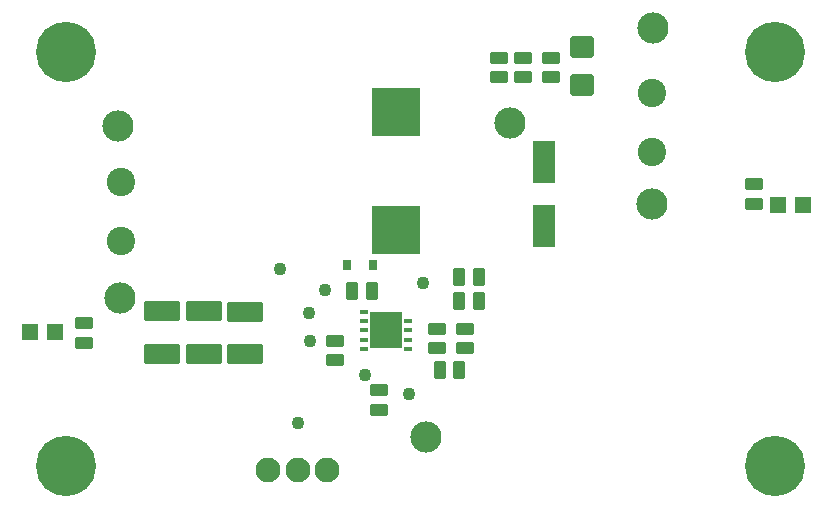
<source format=gts>
G04*
G04 #@! TF.GenerationSoftware,Altium Limited,Altium Designer,23.5.1 (21)*
G04*
G04 Layer_Color=8388736*
%FSLAX25Y25*%
%MOIN*%
G70*
G04*
G04 #@! TF.SameCoordinates,615E306F-8B44-468D-B2DF-EE0A1C7CF722*
G04*
G04*
G04 #@! TF.FilePolarity,Negative*
G04*
G01*
G75*
%ADD27C,0.04337*%
G04:AMPARAMS|DCode=28|XSize=59.12mil|YSize=39.43mil|CornerRadius=4.66mil|HoleSize=0mil|Usage=FLASHONLY|Rotation=270.000|XOffset=0mil|YOffset=0mil|HoleType=Round|Shape=RoundedRectangle|*
%AMROUNDEDRECTD28*
21,1,0.05912,0.03012,0,0,270.0*
21,1,0.04980,0.03943,0,0,270.0*
1,1,0.00932,-0.01506,-0.02490*
1,1,0.00932,-0.01506,0.02490*
1,1,0.00932,0.01506,0.02490*
1,1,0.00932,0.01506,-0.02490*
%
%ADD28ROUNDEDRECTD28*%
G04:AMPARAMS|DCode=29|XSize=59.12mil|YSize=39.43mil|CornerRadius=4.66mil|HoleSize=0mil|Usage=FLASHONLY|Rotation=0.000|XOffset=0mil|YOffset=0mil|HoleType=Round|Shape=RoundedRectangle|*
%AMROUNDEDRECTD29*
21,1,0.05912,0.03012,0,0,0.0*
21,1,0.04980,0.03943,0,0,0.0*
1,1,0.00932,0.02490,-0.01506*
1,1,0.00932,-0.02490,-0.01506*
1,1,0.00932,-0.02490,0.01506*
1,1,0.00932,0.02490,0.01506*
%
%ADD29ROUNDEDRECTD29*%
G04:AMPARAMS|DCode=30|XSize=66.99mil|YSize=122.11mil|CornerRadius=6.72mil|HoleSize=0mil|Usage=FLASHONLY|Rotation=90.000|XOffset=0mil|YOffset=0mil|HoleType=Round|Shape=RoundedRectangle|*
%AMROUNDEDRECTD30*
21,1,0.06699,0.10866,0,0,90.0*
21,1,0.05354,0.12211,0,0,90.0*
1,1,0.01345,0.05433,0.02677*
1,1,0.01345,0.05433,-0.02677*
1,1,0.01345,-0.05433,-0.02677*
1,1,0.01345,-0.05433,0.02677*
%
%ADD30ROUNDEDRECTD30*%
%ADD31R,0.07684X0.14376*%
%ADD32R,0.02762X0.01581*%
%ADD33R,0.10636X0.12211*%
%ADD34R,0.02880X0.03668*%
%ADD35R,0.16148X0.16148*%
G04:AMPARAMS|DCode=36|XSize=55.18mil|YSize=55.18mil|CornerRadius=7.12mil|HoleSize=0mil|Usage=FLASHONLY|Rotation=180.000|XOffset=0mil|YOffset=0mil|HoleType=Round|Shape=RoundedRectangle|*
%AMROUNDEDRECTD36*
21,1,0.05518,0.04095,0,0,180.0*
21,1,0.04095,0.05518,0,0,180.0*
1,1,0.01424,-0.02047,0.02047*
1,1,0.01424,0.02047,0.02047*
1,1,0.01424,0.02047,-0.02047*
1,1,0.01424,-0.02047,-0.02047*
%
%ADD36ROUNDEDRECTD36*%
G04:AMPARAMS|DCode=37|XSize=78.8mil|YSize=72.9mil|CornerRadius=8.89mil|HoleSize=0mil|Usage=FLASHONLY|Rotation=0.000|XOffset=0mil|YOffset=0mil|HoleType=Round|Shape=RoundedRectangle|*
%AMROUNDEDRECTD37*
21,1,0.07880,0.05512,0,0,0.0*
21,1,0.06102,0.07290,0,0,0.0*
1,1,0.01778,0.03051,-0.02756*
1,1,0.01778,-0.03051,-0.02756*
1,1,0.01778,-0.03051,0.02756*
1,1,0.01778,0.03051,0.02756*
%
%ADD37ROUNDEDRECTD37*%
%ADD38C,0.10400*%
%ADD39C,0.09455*%
%ADD40C,0.08274*%
%ADD41C,0.20079*%
D27*
X91000Y-92000D02*
D03*
X133900Y-133500D02*
D03*
X119300Y-127300D02*
D03*
X138371Y-96672D02*
D03*
X100600Y-106500D02*
D03*
X96900Y-143300D02*
D03*
X105700Y-99000D02*
D03*
X100700Y-115900D02*
D03*
D28*
X115004Y-99300D02*
D03*
X121500D02*
D03*
X157148Y-102600D02*
D03*
X150652D02*
D03*
Y-94700D02*
D03*
X157148D02*
D03*
X150648Y-125500D02*
D03*
X144152D02*
D03*
D29*
X152500Y-111752D02*
D03*
Y-118248D02*
D03*
X181200Y-21552D02*
D03*
Y-28048D02*
D03*
X171900Y-21452D02*
D03*
Y-27948D02*
D03*
X123700Y-138748D02*
D03*
Y-132252D02*
D03*
X143200Y-118248D02*
D03*
Y-111752D02*
D03*
X109100Y-122348D02*
D03*
Y-115852D02*
D03*
X163700Y-27948D02*
D03*
Y-21452D02*
D03*
X249000Y-70148D02*
D03*
Y-63652D02*
D03*
X25600Y-110004D02*
D03*
Y-116500D02*
D03*
D30*
X79200Y-106113D02*
D03*
Y-120287D02*
D03*
X51600Y-106013D02*
D03*
Y-120187D02*
D03*
X65392Y-105991D02*
D03*
Y-120165D02*
D03*
D31*
X178800Y-56170D02*
D03*
Y-77430D02*
D03*
D32*
X118710Y-106065D02*
D03*
Y-109215D02*
D03*
Y-112365D02*
D03*
Y-115514D02*
D03*
Y-118664D02*
D03*
X133671Y-109215D02*
D03*
Y-112365D02*
D03*
Y-115514D02*
D03*
Y-118664D02*
D03*
D33*
X126191Y-112365D02*
D03*
D34*
X113210Y-90600D02*
D03*
X121990D02*
D03*
D35*
X129400Y-78885D02*
D03*
Y-39515D02*
D03*
D36*
X265034Y-70700D02*
D03*
X256766D02*
D03*
X15834Y-113000D02*
D03*
X7566D02*
D03*
D37*
X191600Y-30499D02*
D03*
Y-17901D02*
D03*
D38*
X214900Y-70300D02*
D03*
X37600Y-101600D02*
D03*
X36900Y-44200D02*
D03*
X215300Y-11500D02*
D03*
X167600Y-43100D02*
D03*
X139500Y-148000D02*
D03*
D39*
X37887Y-82483D02*
D03*
Y-62798D02*
D03*
X214891Y-52742D02*
D03*
Y-33057D02*
D03*
D40*
X106600Y-159000D02*
D03*
X96758D02*
D03*
X86915D02*
D03*
D41*
X255906Y-19685D02*
D03*
X19685D02*
D03*
Y-157480D02*
D03*
X255906D02*
D03*
M02*

</source>
